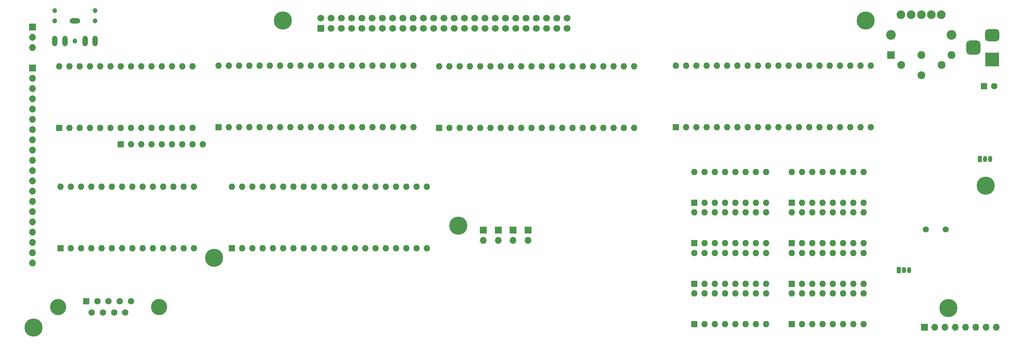
<source format=gbr>
%TF.GenerationSoftware,KiCad,Pcbnew,(6.0.0)*%
%TF.CreationDate,2022-12-03T19:26:30+00:00*%
%TF.ProjectId,CPC464-2MINI,43504334-3634-42d3-924d-494e492e6b69,rev?*%
%TF.SameCoordinates,Original*%
%TF.FileFunction,Soldermask,Bot*%
%TF.FilePolarity,Negative*%
%FSLAX46Y46*%
G04 Gerber Fmt 4.6, Leading zero omitted, Abs format (unit mm)*
G04 Created by KiCad (PCBNEW (6.0.0)) date 2022-12-03 19:26:30*
%MOMM*%
%LPD*%
G01*
G04 APERTURE LIST*
G04 Aperture macros list*
%AMRoundRect*
0 Rectangle with rounded corners*
0 $1 Rounding radius*
0 $2 $3 $4 $5 $6 $7 $8 $9 X,Y pos of 4 corners*
0 Add a 4 corners polygon primitive as box body*
4,1,4,$2,$3,$4,$5,$6,$7,$8,$9,$2,$3,0*
0 Add four circle primitives for the rounded corners*
1,1,$1+$1,$2,$3*
1,1,$1+$1,$4,$5*
1,1,$1+$1,$6,$7*
1,1,$1+$1,$8,$9*
0 Add four rect primitives between the rounded corners*
20,1,$1+$1,$2,$3,$4,$5,0*
20,1,$1+$1,$4,$5,$6,$7,0*
20,1,$1+$1,$6,$7,$8,$9,0*
20,1,$1+$1,$8,$9,$2,$3,0*%
G04 Aperture macros list end*
%ADD10R,1.050000X1.500000*%
%ADD11O,1.050000X1.500000*%
%ADD12R,1.600000X1.600000*%
%ADD13O,1.600000X1.600000*%
%ADD14C,4.500000*%
%ADD15R,1.700000X1.700000*%
%ADD16O,1.700000X1.700000*%
%ADD17C,4.000000*%
%ADD18C,1.600000*%
%ADD19C,1.200000*%
%ADD20O,2.616000X1.308000*%
%ADD21O,1.308000X2.616000*%
%ADD22C,2.400000*%
%ADD23R,1.950000X1.950000*%
%ADD24C,1.950000*%
%ADD25C,2.150000*%
%ADD26C,1.500000*%
%ADD27RoundRect,0.250000X0.600000X-0.600000X0.600000X0.600000X-0.600000X0.600000X-0.600000X-0.600000X0*%
%ADD28C,1.700000*%
%ADD29R,3.500000X3.500000*%
%ADD30RoundRect,0.750000X-1.000000X0.750000X-1.000000X-0.750000X1.000000X-0.750000X1.000000X0.750000X0*%
%ADD31RoundRect,0.875000X-0.875000X0.875000X-0.875000X-0.875000X0.875000X-0.875000X0.875000X0.875000X0*%
G04 APERTURE END LIST*
D10*
%TO.C,Q101*%
X232283000Y-93578000D03*
D11*
X233553000Y-93578000D03*
X234823000Y-93578000D03*
%TD*%
D12*
%TO.C,IC118*%
X181625000Y-86858000D03*
D13*
X184165000Y-86858000D03*
X186705000Y-86858000D03*
X189245000Y-86858000D03*
X191785000Y-86858000D03*
X194325000Y-86858000D03*
X196865000Y-86858000D03*
X199405000Y-86858000D03*
X199405000Y-79238000D03*
X196865000Y-79238000D03*
X194325000Y-79238000D03*
X191785000Y-79238000D03*
X189245000Y-79238000D03*
X186705000Y-79238000D03*
X184165000Y-79238000D03*
X181625000Y-79238000D03*
%TD*%
D14*
%TO.C,H4*%
X244500400Y-102920800D03*
%TD*%
%TO.C,H5*%
X253746000Y-72593200D03*
%TD*%
%TO.C,H2*%
X224028000Y-31750000D03*
%TD*%
D15*
%TO.C,CP001*%
X238571800Y-107696000D03*
D16*
X241111800Y-107696000D03*
X243651800Y-107696000D03*
X246191800Y-107696000D03*
X248731800Y-107696000D03*
X251271800Y-107696000D03*
X253811800Y-107696000D03*
X256351800Y-107696000D03*
%TD*%
D17*
%TO.C,J102*%
X49116800Y-102649300D03*
X24116800Y-102649300D03*
D12*
X31076800Y-101229300D03*
D18*
X33846800Y-101229300D03*
X36616800Y-101229300D03*
X39386800Y-101229300D03*
X42156800Y-101229300D03*
X32461800Y-104069300D03*
X35231800Y-104069300D03*
X38001800Y-104069300D03*
X40771800Y-104069300D03*
%TD*%
D10*
%TO.C,Q102*%
X252349000Y-66019000D03*
D11*
X253619000Y-66019000D03*
X254889000Y-66019000D03*
%TD*%
D15*
%TO.C,LK1*%
X129413000Y-83628000D03*
D16*
X129413000Y-86168000D03*
%TD*%
D12*
%TO.C,IC121*%
X205770000Y-76835000D03*
D13*
X208310000Y-76835000D03*
X210850000Y-76835000D03*
X213390000Y-76835000D03*
X215930000Y-76835000D03*
X218470000Y-76835000D03*
X221010000Y-76835000D03*
X223550000Y-76835000D03*
X223550000Y-69215000D03*
X221010000Y-69215000D03*
X218470000Y-69215000D03*
X215930000Y-69215000D03*
X213390000Y-69215000D03*
X210850000Y-69215000D03*
X208310000Y-69215000D03*
X205770000Y-69215000D03*
%TD*%
D19*
%TO.C,J103*%
X23295600Y-31800800D03*
X33295600Y-31800800D03*
X23295600Y-29300800D03*
X33295600Y-29300800D03*
X28295600Y-36800800D03*
D20*
X28295600Y-31800800D03*
D21*
X23295600Y-36800800D03*
X33295600Y-36800800D03*
X25795600Y-36800800D03*
X30795600Y-36800800D03*
%TD*%
D12*
%TO.C,IC119*%
X181625000Y-96901000D03*
D13*
X184165000Y-96901000D03*
X186705000Y-96901000D03*
X189245000Y-96901000D03*
X191785000Y-96901000D03*
X194325000Y-96901000D03*
X196865000Y-96901000D03*
X199405000Y-96901000D03*
X199405000Y-89281000D03*
X196865000Y-89281000D03*
X194325000Y-89281000D03*
X191785000Y-89281000D03*
X189245000Y-89281000D03*
X186705000Y-89281000D03*
X184165000Y-89281000D03*
X181625000Y-89281000D03*
%TD*%
D15*
%TO.C,LK3*%
X136779000Y-83628000D03*
D16*
X136779000Y-86168000D03*
%TD*%
D12*
%TO.C,IC117*%
X181625000Y-76835000D03*
D13*
X184165000Y-76835000D03*
X186705000Y-76835000D03*
X189245000Y-76835000D03*
X191785000Y-76835000D03*
X194325000Y-76835000D03*
X196865000Y-76835000D03*
X199405000Y-76835000D03*
X199405000Y-69215000D03*
X196865000Y-69215000D03*
X194325000Y-69215000D03*
X191785000Y-69215000D03*
X189245000Y-69215000D03*
X186705000Y-69215000D03*
X184165000Y-69215000D03*
X181625000Y-69215000D03*
%TD*%
D15*
%TO.C,J105*%
X17830800Y-33324800D03*
D16*
X17830800Y-35864800D03*
X17830800Y-38404800D03*
%TD*%
D22*
%TO.C,J101*%
X245327500Y-35273200D03*
X230327500Y-35273200D03*
D23*
X230327500Y-40273200D03*
D24*
X232827500Y-42773200D03*
X237827500Y-40273200D03*
X242827500Y-42773200D03*
X245327500Y-40273200D03*
X237827500Y-45273200D03*
D25*
X237827500Y-30320200D03*
X240327500Y-30273200D03*
X235327500Y-30273200D03*
X232747500Y-30320200D03*
X242747500Y-30320200D03*
%TD*%
D12*
%TO.C,IC111*%
X118472500Y-58298000D03*
D13*
X121012500Y-58298000D03*
X123552500Y-58298000D03*
X126092500Y-58298000D03*
X128632500Y-58298000D03*
X131172500Y-58298000D03*
X133712500Y-58298000D03*
X136252500Y-58298000D03*
X138792500Y-58298000D03*
X141332500Y-58298000D03*
X143872500Y-58298000D03*
X146412500Y-58298000D03*
X148952500Y-58298000D03*
X151492500Y-58298000D03*
X154032500Y-58298000D03*
X156572500Y-58298000D03*
X159112500Y-58298000D03*
X161652500Y-58298000D03*
X164192500Y-58298000D03*
X166732500Y-58298000D03*
X166732500Y-43058000D03*
X164192500Y-43058000D03*
X161652500Y-43058000D03*
X159112500Y-43058000D03*
X156572500Y-43058000D03*
X154032500Y-43058000D03*
X151492500Y-43058000D03*
X148952500Y-43058000D03*
X146412500Y-43058000D03*
X143872500Y-43058000D03*
X141332500Y-43058000D03*
X138792500Y-43058000D03*
X136252500Y-43058000D03*
X133712500Y-43058000D03*
X131172500Y-43058000D03*
X128632500Y-43058000D03*
X126092500Y-43058000D03*
X123552500Y-43058000D03*
X121012500Y-43058000D03*
X118472500Y-43058000D03*
%TD*%
D26*
%TO.C,X101*%
X238977000Y-83439000D03*
X243857000Y-83439000D03*
%TD*%
D27*
%TO.C,PL1*%
X89159000Y-33660000D03*
D28*
X89159000Y-31120000D03*
X91699000Y-33660000D03*
X91699000Y-31120000D03*
X94239000Y-33660000D03*
X94239000Y-31120000D03*
X96779000Y-33660000D03*
X96779000Y-31120000D03*
X99319000Y-33660000D03*
X99319000Y-31120000D03*
X101859000Y-33660000D03*
X101859000Y-31120000D03*
X104399000Y-33660000D03*
X104399000Y-31120000D03*
X106939000Y-33660000D03*
X106939000Y-31120000D03*
X109479000Y-33660000D03*
X109479000Y-31120000D03*
X112019000Y-33660000D03*
X112019000Y-31120000D03*
X114559000Y-33660000D03*
X114559000Y-31120000D03*
X117099000Y-33660000D03*
X117099000Y-31120000D03*
X119639000Y-33660000D03*
X119639000Y-31120000D03*
X122179000Y-33660000D03*
X122179000Y-31120000D03*
X124719000Y-33660000D03*
X124719000Y-31120000D03*
X127259000Y-33660000D03*
X127259000Y-31120000D03*
X129799000Y-33660000D03*
X129799000Y-31120000D03*
X132339000Y-33660000D03*
X132339000Y-31120000D03*
X134879000Y-33660000D03*
X134879000Y-31120000D03*
X137419000Y-33660000D03*
X137419000Y-31120000D03*
X139959000Y-33660000D03*
X139959000Y-31120000D03*
X142499000Y-33660000D03*
X142499000Y-31120000D03*
X145039000Y-33660000D03*
X145039000Y-31120000D03*
X147579000Y-33660000D03*
X147579000Y-31120000D03*
X150119000Y-33660000D03*
X150119000Y-31120000D03*
%TD*%
D14*
%TO.C,H3*%
X18034000Y-107797600D03*
%TD*%
D15*
%TO.C,CP002*%
X17830800Y-43484800D03*
D16*
X17830800Y-46024800D03*
X17830800Y-48564800D03*
X17830800Y-51104800D03*
X17830800Y-53644800D03*
X17830800Y-56184800D03*
X17830800Y-58724800D03*
X17830800Y-61264800D03*
X17830800Y-63804800D03*
X17830800Y-66344800D03*
X17830800Y-68884800D03*
X17830800Y-71424800D03*
X17830800Y-73964800D03*
X17830800Y-76504800D03*
X17830800Y-79044800D03*
X17830800Y-81584800D03*
X17830800Y-84124800D03*
X17830800Y-86664800D03*
X17830800Y-89204800D03*
X17830800Y-91744800D03*
%TD*%
D12*
%TO.C,NR001*%
X39600500Y-62419000D03*
D13*
X42140500Y-62419000D03*
X44680500Y-62419000D03*
X47220500Y-62419000D03*
X49760500Y-62419000D03*
X52300500Y-62419000D03*
X54840500Y-62419000D03*
X57380500Y-62419000D03*
X59920500Y-62419000D03*
%TD*%
D12*
%TO.C,IC116*%
X177043000Y-58171000D03*
D13*
X179583000Y-58171000D03*
X182123000Y-58171000D03*
X184663000Y-58171000D03*
X187203000Y-58171000D03*
X189743000Y-58171000D03*
X192283000Y-58171000D03*
X194823000Y-58171000D03*
X197363000Y-58171000D03*
X199903000Y-58171000D03*
X202443000Y-58171000D03*
X204983000Y-58171000D03*
X207523000Y-58171000D03*
X210063000Y-58171000D03*
X212603000Y-58171000D03*
X215143000Y-58171000D03*
X217683000Y-58171000D03*
X220223000Y-58171000D03*
X222763000Y-58171000D03*
X225303000Y-58171000D03*
X225303000Y-42931000D03*
X222763000Y-42931000D03*
X220223000Y-42931000D03*
X217683000Y-42931000D03*
X215143000Y-42931000D03*
X212603000Y-42931000D03*
X210063000Y-42931000D03*
X207523000Y-42931000D03*
X204983000Y-42931000D03*
X202443000Y-42931000D03*
X199903000Y-42931000D03*
X197363000Y-42931000D03*
X194823000Y-42931000D03*
X192283000Y-42931000D03*
X189743000Y-42931000D03*
X187203000Y-42931000D03*
X184663000Y-42931000D03*
X182123000Y-42931000D03*
X179583000Y-42931000D03*
X177043000Y-42931000D03*
%TD*%
D14*
%TO.C,H6*%
X62788800Y-90474800D03*
%TD*%
D12*
%TO.C,IC122*%
X205770000Y-86858000D03*
D13*
X208310000Y-86858000D03*
X210850000Y-86858000D03*
X213390000Y-86858000D03*
X215930000Y-86858000D03*
X218470000Y-86858000D03*
X221010000Y-86858000D03*
X223550000Y-86858000D03*
X223550000Y-79238000D03*
X221010000Y-79238000D03*
X218470000Y-79238000D03*
X215930000Y-79238000D03*
X213390000Y-79238000D03*
X210850000Y-79238000D03*
X208310000Y-79238000D03*
X205770000Y-79238000D03*
%TD*%
D12*
%TO.C,IC120*%
X181625000Y-106924000D03*
D13*
X184165000Y-106924000D03*
X186705000Y-106924000D03*
X189245000Y-106924000D03*
X191785000Y-106924000D03*
X194325000Y-106924000D03*
X196865000Y-106924000D03*
X199405000Y-106924000D03*
X199405000Y-99304000D03*
X196865000Y-99304000D03*
X194325000Y-99304000D03*
X191785000Y-99304000D03*
X189245000Y-99304000D03*
X186705000Y-99304000D03*
X184165000Y-99304000D03*
X181625000Y-99304000D03*
%TD*%
D12*
%TO.C,C101*%
X253363200Y-47973200D03*
D18*
X255863200Y-47973200D03*
%TD*%
D15*
%TO.C,LK2*%
X133096000Y-83633000D03*
D16*
X133096000Y-86173000D03*
%TD*%
D14*
%TO.C,H1*%
X79756000Y-31750000D03*
%TD*%
D12*
%TO.C,IC123*%
X205770000Y-96901000D03*
D13*
X208310000Y-96901000D03*
X210850000Y-96901000D03*
X213390000Y-96901000D03*
X215930000Y-96901000D03*
X218470000Y-96901000D03*
X221010000Y-96901000D03*
X223550000Y-96901000D03*
X223550000Y-89281000D03*
X221010000Y-89281000D03*
X218470000Y-89281000D03*
X215930000Y-89281000D03*
X213390000Y-89281000D03*
X210850000Y-89281000D03*
X208310000Y-89281000D03*
X205770000Y-89281000D03*
%TD*%
D12*
%TO.C,IC102*%
X24370500Y-58298000D03*
D13*
X26910500Y-58298000D03*
X29450500Y-58298000D03*
X31990500Y-58298000D03*
X34530500Y-58298000D03*
X37070500Y-58298000D03*
X39610500Y-58298000D03*
X42150500Y-58298000D03*
X44690500Y-58298000D03*
X47230500Y-58298000D03*
X49770500Y-58298000D03*
X52310500Y-58298000D03*
X54850500Y-58298000D03*
X57390500Y-58298000D03*
X57390500Y-43058000D03*
X54850500Y-43058000D03*
X52310500Y-43058000D03*
X49770500Y-43058000D03*
X47230500Y-43058000D03*
X44690500Y-43058000D03*
X42150500Y-43058000D03*
X39610500Y-43058000D03*
X37070500Y-43058000D03*
X34530500Y-43058000D03*
X31990500Y-43058000D03*
X29450500Y-43058000D03*
X26910500Y-43058000D03*
X24370500Y-43058000D03*
%TD*%
D12*
%TO.C,IC103*%
X24775000Y-88143000D03*
D13*
X27315000Y-88143000D03*
X29855000Y-88143000D03*
X32395000Y-88143000D03*
X34935000Y-88143000D03*
X37475000Y-88143000D03*
X40015000Y-88143000D03*
X42555000Y-88143000D03*
X45095000Y-88143000D03*
X47635000Y-88143000D03*
X50175000Y-88143000D03*
X52715000Y-88143000D03*
X55255000Y-88143000D03*
X57795000Y-88143000D03*
X57795000Y-72903000D03*
X55255000Y-72903000D03*
X52715000Y-72903000D03*
X50175000Y-72903000D03*
X47635000Y-72903000D03*
X45095000Y-72903000D03*
X42555000Y-72903000D03*
X40015000Y-72903000D03*
X37475000Y-72903000D03*
X34935000Y-72903000D03*
X32395000Y-72903000D03*
X29855000Y-72903000D03*
X27315000Y-72903000D03*
X24775000Y-72903000D03*
%TD*%
D15*
%TO.C,LK4*%
X140462000Y-83633000D03*
D16*
X140462000Y-86173000D03*
%TD*%
D14*
%TO.C,H7*%
X123190000Y-82550000D03*
%TD*%
D12*
%TO.C,IC107*%
X63862500Y-58171000D03*
D13*
X66402500Y-58171000D03*
X68942500Y-58171000D03*
X71482500Y-58171000D03*
X74022500Y-58171000D03*
X76562500Y-58171000D03*
X79102500Y-58171000D03*
X81642500Y-58171000D03*
X84182500Y-58171000D03*
X86722500Y-58171000D03*
X89262500Y-58171000D03*
X91802500Y-58171000D03*
X94342500Y-58171000D03*
X96882500Y-58171000D03*
X99422500Y-58171000D03*
X101962500Y-58171000D03*
X104502500Y-58171000D03*
X107042500Y-58171000D03*
X109582500Y-58171000D03*
X112122500Y-58171000D03*
X112122500Y-42931000D03*
X109582500Y-42931000D03*
X107042500Y-42931000D03*
X104502500Y-42931000D03*
X101962500Y-42931000D03*
X99422500Y-42931000D03*
X96882500Y-42931000D03*
X94342500Y-42931000D03*
X91802500Y-42931000D03*
X89262500Y-42931000D03*
X86722500Y-42931000D03*
X84182500Y-42931000D03*
X81642500Y-42931000D03*
X79102500Y-42931000D03*
X76562500Y-42931000D03*
X74022500Y-42931000D03*
X71482500Y-42931000D03*
X68942500Y-42931000D03*
X66402500Y-42931000D03*
X63862500Y-42931000D03*
%TD*%
D12*
%TO.C,IC108*%
X67188000Y-88143000D03*
D13*
X69728000Y-88143000D03*
X72268000Y-88143000D03*
X74808000Y-88143000D03*
X77348000Y-88143000D03*
X79888000Y-88143000D03*
X82428000Y-88143000D03*
X84968000Y-88143000D03*
X87508000Y-88143000D03*
X90048000Y-88143000D03*
X92588000Y-88143000D03*
X95128000Y-88143000D03*
X97668000Y-88143000D03*
X100208000Y-88143000D03*
X102748000Y-88143000D03*
X105288000Y-88143000D03*
X107828000Y-88143000D03*
X110368000Y-88143000D03*
X112908000Y-88143000D03*
X115448000Y-88143000D03*
X115448000Y-72903000D03*
X112908000Y-72903000D03*
X110368000Y-72903000D03*
X107828000Y-72903000D03*
X105288000Y-72903000D03*
X102748000Y-72903000D03*
X100208000Y-72903000D03*
X97668000Y-72903000D03*
X95128000Y-72903000D03*
X92588000Y-72903000D03*
X90048000Y-72903000D03*
X87508000Y-72903000D03*
X84968000Y-72903000D03*
X82428000Y-72903000D03*
X79888000Y-72903000D03*
X77348000Y-72903000D03*
X74808000Y-72903000D03*
X72268000Y-72903000D03*
X69728000Y-72903000D03*
X67188000Y-72903000D03*
%TD*%
D12*
%TO.C,IC124*%
X205770000Y-106924000D03*
D13*
X208310000Y-106924000D03*
X210850000Y-106924000D03*
X213390000Y-106924000D03*
X215930000Y-106924000D03*
X218470000Y-106924000D03*
X221010000Y-106924000D03*
X223550000Y-106924000D03*
X223550000Y-99304000D03*
X221010000Y-99304000D03*
X218470000Y-99304000D03*
X215930000Y-99304000D03*
X213390000Y-99304000D03*
X210850000Y-99304000D03*
X208310000Y-99304000D03*
X205770000Y-99304000D03*
%TD*%
D29*
%TO.C,J104*%
X255398800Y-41400200D03*
D30*
X255398800Y-35400200D03*
D31*
X250698800Y-38400200D03*
%TD*%
M02*

</source>
